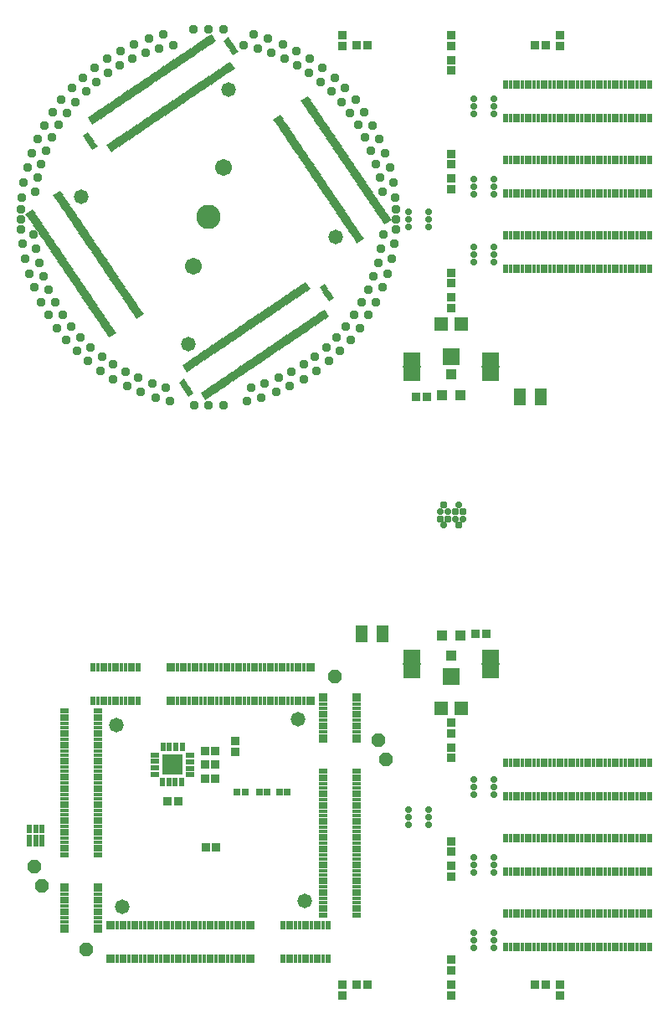
<source format=gts>
G75*
%MOIN*%
%OFA0B0*%
%FSLAX24Y24*%
%IPPOS*%
%LPD*%
%AMOC8*
5,1,8,0,0,1.08239X$1,22.5*
%
%ADD10C,0.0580*%
%ADD11C,0.0280*%
%ADD12R,0.0350X0.0380*%
%ADD13R,0.0380X0.0350*%
%ADD14R,0.0710X0.0671*%
%ADD15R,0.0552X0.0552*%
%ADD16OC8,0.0290*%
%ADD17C,0.0290*%
%ADD18R,0.0460X0.0680*%
%ADD19R,0.0710X0.0540*%
%ADD20R,0.0720X0.0060*%
%ADD21R,0.0395X0.0434*%
%ADD22R,0.0171X0.0340*%
%ADD23R,0.0218X0.0340*%
%ADD24C,0.0375*%
%ADD25C,0.0970*%
%ADD26C,0.0671*%
%ADD27R,0.0250X0.0250*%
%ADD28OC8,0.0560*%
%ADD29R,0.0230X0.0380*%
%ADD30R,0.0230X0.0480*%
%ADD31R,0.0340X0.0171*%
%ADD32R,0.0340X0.0218*%
%ADD33R,0.0250X0.0250*%
%ADD34R,0.0827X0.0827*%
%ADD35R,0.0320X0.0200*%
%ADD36R,0.0200X0.0320*%
D10*
X010372Y012806D03*
X010612Y005566D03*
X017612Y013046D03*
X017852Y005806D03*
X013222Y027978D03*
X008975Y033846D03*
X014843Y038094D03*
X019090Y032226D03*
D11*
X022012Y032646D03*
X022012Y032946D03*
X022012Y033246D03*
X022812Y033246D03*
X022812Y032946D03*
X022812Y032646D03*
X024587Y031846D03*
X024587Y031546D03*
X024587Y031246D03*
X025387Y031246D03*
X025387Y031546D03*
X025387Y031846D03*
X025387Y033946D03*
X025387Y034246D03*
X025387Y034546D03*
X024587Y034546D03*
X024587Y034246D03*
X024587Y033946D03*
X024587Y037146D03*
X024587Y037446D03*
X024587Y037746D03*
X025387Y037746D03*
X025387Y037446D03*
X025387Y037146D03*
X025387Y010646D03*
X025387Y010346D03*
X025387Y010046D03*
X024587Y010046D03*
X024587Y010346D03*
X024587Y010646D03*
X022812Y009446D03*
X022812Y009146D03*
X022812Y008846D03*
X022012Y008846D03*
X022012Y009146D03*
X022012Y009446D03*
X024587Y007546D03*
X024587Y007246D03*
X024587Y006946D03*
X025387Y006946D03*
X025387Y007246D03*
X025387Y007546D03*
X025387Y004546D03*
X025387Y004246D03*
X025387Y003946D03*
X024587Y003946D03*
X024587Y004246D03*
X024587Y004546D03*
D12*
X027033Y002459D03*
X027453Y002459D03*
X020366Y002459D03*
X019946Y002459D03*
X014342Y007926D03*
X013922Y007926D03*
X012822Y009766D03*
X012402Y009766D03*
X013882Y010686D03*
X013882Y011226D03*
X013882Y011766D03*
X014302Y011766D03*
X014302Y011226D03*
X014302Y010686D03*
X024671Y016436D03*
X025091Y016436D03*
X022729Y025884D03*
X022309Y025884D03*
X020366Y039858D03*
X019946Y039858D03*
X027033Y039858D03*
X027453Y039858D03*
D13*
X028030Y039848D03*
X028030Y040268D03*
X023700Y040268D03*
X023700Y039848D03*
X023700Y039283D03*
X023700Y038863D03*
X023700Y035543D03*
X023700Y035123D03*
X023700Y034559D03*
X023700Y034139D03*
X023700Y030819D03*
X023700Y030399D03*
X023700Y029835D03*
X023700Y029415D03*
X019369Y039848D03*
X019369Y040268D03*
X023700Y012905D03*
X023700Y012485D03*
X023700Y011921D03*
X023700Y011501D03*
X023700Y008181D03*
X023700Y007761D03*
X023700Y007197D03*
X023700Y006777D03*
X023700Y003457D03*
X023700Y003037D03*
X023700Y002472D03*
X023700Y002052D03*
X019369Y002052D03*
X019369Y002472D03*
X015112Y011756D03*
X015112Y012176D03*
X028030Y002472D03*
X028030Y002052D03*
D14*
X023700Y014739D03*
X023700Y027479D03*
D15*
X024093Y028758D03*
X023306Y028758D03*
X023306Y013459D03*
X024093Y013459D03*
D16*
X024000Y020760D03*
X023550Y021010D03*
X023250Y021010D03*
X023400Y021560D03*
X023850Y021310D03*
X024150Y021310D03*
D17*
X024000Y021560D03*
X023550Y021310D03*
X023250Y021310D03*
X023400Y020760D03*
X023850Y021010D03*
X024150Y021010D03*
D18*
X026439Y025884D03*
X027259Y025884D03*
X020960Y016436D03*
X020140Y016436D03*
D19*
X022125Y015554D03*
X022125Y014954D03*
X025275Y014954D03*
X025275Y015554D03*
X025275Y026766D03*
X025275Y027366D03*
X022125Y027366D03*
X022125Y026766D03*
D20*
X022125Y027066D03*
X025275Y027066D03*
X025275Y015254D03*
X022125Y015254D03*
D21*
X023326Y016387D03*
X023700Y015560D03*
X024074Y016387D03*
X024074Y025933D03*
X023700Y026760D03*
X023326Y025933D03*
D22*
X026058Y030981D03*
X026215Y030981D03*
X026373Y030981D03*
X026530Y030981D03*
X026688Y030981D03*
X026845Y030981D03*
X027003Y030981D03*
X027160Y030981D03*
X027318Y030981D03*
X027475Y030981D03*
X027633Y030981D03*
X027790Y030981D03*
X027948Y030981D03*
X028105Y030981D03*
X028263Y030981D03*
X028420Y030981D03*
X028578Y030981D03*
X028735Y030981D03*
X028893Y030981D03*
X029050Y030981D03*
X029208Y030981D03*
X029365Y030981D03*
X029523Y030981D03*
X029680Y030981D03*
X029837Y030981D03*
X029995Y030981D03*
X030152Y030981D03*
X030310Y030981D03*
X030467Y030981D03*
X030625Y030981D03*
X030782Y030981D03*
X030940Y030981D03*
X031097Y030981D03*
X031255Y030981D03*
X031412Y030981D03*
X031412Y032308D03*
X031255Y032308D03*
X031097Y032308D03*
X030940Y032308D03*
X030782Y032308D03*
X030625Y032308D03*
X030467Y032308D03*
X030310Y032308D03*
X030152Y032308D03*
X029995Y032308D03*
X029837Y032308D03*
X029680Y032308D03*
X029523Y032308D03*
X029365Y032308D03*
X029208Y032308D03*
X029050Y032308D03*
X028893Y032308D03*
X028735Y032308D03*
X028578Y032308D03*
X028420Y032308D03*
X028263Y032308D03*
X028105Y032308D03*
X027948Y032308D03*
X027790Y032308D03*
X027633Y032308D03*
X027475Y032308D03*
X027318Y032308D03*
X027160Y032308D03*
X027003Y032308D03*
X026845Y032308D03*
X026688Y032308D03*
X026530Y032308D03*
X026373Y032308D03*
X026215Y032308D03*
X026058Y032308D03*
X026058Y033981D03*
X026215Y033981D03*
X026373Y033981D03*
X026530Y033981D03*
X026688Y033981D03*
X026845Y033981D03*
X027003Y033981D03*
X027160Y033981D03*
X027318Y033981D03*
X027475Y033981D03*
X027633Y033981D03*
X027790Y033981D03*
X027948Y033981D03*
X028105Y033981D03*
X028263Y033981D03*
X028420Y033981D03*
X028578Y033981D03*
X028735Y033981D03*
X028893Y033981D03*
X029050Y033981D03*
X029208Y033981D03*
X029365Y033981D03*
X029523Y033981D03*
X029680Y033981D03*
X029837Y033981D03*
X029995Y033981D03*
X030152Y033981D03*
X030310Y033981D03*
X030467Y033981D03*
X030625Y033981D03*
X030782Y033981D03*
X030940Y033981D03*
X031097Y033981D03*
X031255Y033981D03*
X031412Y033981D03*
X031412Y035308D03*
X031255Y035308D03*
X031097Y035308D03*
X030940Y035308D03*
X030782Y035308D03*
X030625Y035308D03*
X030467Y035308D03*
X030310Y035308D03*
X030152Y035308D03*
X029995Y035308D03*
X029837Y035308D03*
X029680Y035308D03*
X029523Y035308D03*
X029365Y035308D03*
X029208Y035308D03*
X029050Y035308D03*
X028893Y035308D03*
X028735Y035308D03*
X028578Y035308D03*
X028420Y035308D03*
X028263Y035308D03*
X028105Y035308D03*
X027948Y035308D03*
X027790Y035308D03*
X027633Y035308D03*
X027475Y035308D03*
X027318Y035308D03*
X027160Y035308D03*
X027003Y035308D03*
X026845Y035308D03*
X026688Y035308D03*
X026530Y035308D03*
X026373Y035308D03*
X026215Y035308D03*
X026058Y035308D03*
X026058Y036981D03*
X026215Y036981D03*
X026373Y036981D03*
X026530Y036981D03*
X026688Y036981D03*
X026845Y036981D03*
X027003Y036981D03*
X027160Y036981D03*
X027318Y036981D03*
X027475Y036981D03*
X027633Y036981D03*
X027790Y036981D03*
X027948Y036981D03*
X028105Y036981D03*
X028263Y036981D03*
X028420Y036981D03*
X028578Y036981D03*
X028735Y036981D03*
X028893Y036981D03*
X029050Y036981D03*
X029208Y036981D03*
X029365Y036981D03*
X029523Y036981D03*
X029680Y036981D03*
X029837Y036981D03*
X029995Y036981D03*
X030152Y036981D03*
X030310Y036981D03*
X030467Y036981D03*
X030625Y036981D03*
X030782Y036981D03*
X030940Y036981D03*
X031097Y036981D03*
X031255Y036981D03*
X031412Y036981D03*
X031412Y038308D03*
X031255Y038308D03*
X031097Y038308D03*
X030940Y038308D03*
X030782Y038308D03*
X030625Y038308D03*
X030467Y038308D03*
X030310Y038308D03*
X030152Y038308D03*
X029995Y038308D03*
X029837Y038308D03*
X029680Y038308D03*
X029523Y038308D03*
X029365Y038308D03*
X029208Y038308D03*
X029050Y038308D03*
X028893Y038308D03*
X028735Y038308D03*
X028578Y038308D03*
X028420Y038308D03*
X028263Y038308D03*
X028105Y038308D03*
X027948Y038308D03*
X027790Y038308D03*
X027633Y038308D03*
X027475Y038308D03*
X027318Y038308D03*
X027160Y038308D03*
X027003Y038308D03*
X026845Y038308D03*
X026688Y038308D03*
X026530Y038308D03*
X026373Y038308D03*
X026215Y038308D03*
X026058Y038308D03*
G36*
X021017Y033362D02*
X021112Y033221D01*
X020831Y033032D01*
X020736Y033173D01*
X021017Y033362D01*
G37*
G36*
X020928Y033493D02*
X021023Y033352D01*
X020742Y033163D01*
X020647Y033304D01*
X020928Y033493D01*
G37*
G36*
X020840Y033623D02*
X020935Y033482D01*
X020654Y033293D01*
X020559Y033434D01*
X020840Y033623D01*
G37*
G36*
X020752Y033754D02*
X020847Y033613D01*
X020566Y033424D01*
X020471Y033565D01*
X020752Y033754D01*
G37*
G36*
X020664Y033885D02*
X020759Y033744D01*
X020478Y033555D01*
X020383Y033696D01*
X020664Y033885D01*
G37*
G36*
X020576Y034015D02*
X020671Y033874D01*
X020390Y033685D01*
X020295Y033826D01*
X020576Y034015D01*
G37*
G36*
X020488Y034146D02*
X020583Y034005D01*
X020302Y033816D01*
X020207Y033957D01*
X020488Y034146D01*
G37*
G36*
X020400Y034276D02*
X020495Y034135D01*
X020214Y033946D01*
X020119Y034087D01*
X020400Y034276D01*
G37*
G36*
X020312Y034407D02*
X020407Y034266D01*
X020126Y034077D01*
X020031Y034218D01*
X020312Y034407D01*
G37*
G36*
X020224Y034537D02*
X020319Y034396D01*
X020038Y034207D01*
X019943Y034348D01*
X020224Y034537D01*
G37*
G36*
X020136Y034668D02*
X020231Y034527D01*
X019950Y034338D01*
X019855Y034479D01*
X020136Y034668D01*
G37*
G36*
X020048Y034798D02*
X020143Y034657D01*
X019862Y034468D01*
X019767Y034609D01*
X020048Y034798D01*
G37*
G36*
X019960Y034929D02*
X020055Y034788D01*
X019774Y034599D01*
X019679Y034740D01*
X019960Y034929D01*
G37*
G36*
X019872Y035060D02*
X019967Y034919D01*
X019686Y034730D01*
X019591Y034871D01*
X019872Y035060D01*
G37*
G36*
X019784Y035190D02*
X019879Y035049D01*
X019598Y034860D01*
X019503Y035001D01*
X019784Y035190D01*
G37*
G36*
X019696Y035321D02*
X019791Y035180D01*
X019510Y034991D01*
X019415Y035132D01*
X019696Y035321D01*
G37*
G36*
X019608Y035451D02*
X019703Y035310D01*
X019422Y035121D01*
X019327Y035262D01*
X019608Y035451D01*
G37*
G36*
X019519Y035582D02*
X019614Y035441D01*
X019333Y035252D01*
X019238Y035393D01*
X019519Y035582D01*
G37*
G36*
X019431Y035712D02*
X019526Y035571D01*
X019245Y035382D01*
X019150Y035523D01*
X019431Y035712D01*
G37*
G36*
X019343Y035843D02*
X019438Y035702D01*
X019157Y035513D01*
X019062Y035654D01*
X019343Y035843D01*
G37*
G36*
X019255Y035973D02*
X019350Y035832D01*
X019069Y035643D01*
X018974Y035784D01*
X019255Y035973D01*
G37*
G36*
X019167Y036104D02*
X019262Y035963D01*
X018981Y035774D01*
X018886Y035915D01*
X019167Y036104D01*
G37*
G36*
X019079Y036235D02*
X019174Y036094D01*
X018893Y035905D01*
X018798Y036046D01*
X019079Y036235D01*
G37*
G36*
X018991Y036365D02*
X019086Y036224D01*
X018805Y036035D01*
X018710Y036176D01*
X018991Y036365D01*
G37*
G36*
X018903Y036496D02*
X018998Y036355D01*
X018717Y036166D01*
X018622Y036307D01*
X018903Y036496D01*
G37*
G36*
X018815Y036626D02*
X018910Y036485D01*
X018629Y036296D01*
X018534Y036437D01*
X018815Y036626D01*
G37*
G36*
X018727Y036757D02*
X018822Y036616D01*
X018541Y036427D01*
X018446Y036568D01*
X018727Y036757D01*
G37*
G36*
X018639Y036887D02*
X018734Y036746D01*
X018453Y036557D01*
X018358Y036698D01*
X018639Y036887D01*
G37*
G36*
X018551Y037018D02*
X018646Y036877D01*
X018365Y036688D01*
X018270Y036829D01*
X018551Y037018D01*
G37*
G36*
X018463Y037148D02*
X018558Y037007D01*
X018277Y036818D01*
X018182Y036959D01*
X018463Y037148D01*
G37*
G36*
X018375Y037279D02*
X018470Y037138D01*
X018189Y036949D01*
X018094Y037090D01*
X018375Y037279D01*
G37*
G36*
X018287Y037410D02*
X018382Y037269D01*
X018101Y037080D01*
X018006Y037221D01*
X018287Y037410D01*
G37*
G36*
X018199Y037540D02*
X018294Y037399D01*
X018013Y037210D01*
X017918Y037351D01*
X018199Y037540D01*
G37*
G36*
X018110Y037671D02*
X018205Y037530D01*
X017924Y037341D01*
X017829Y037482D01*
X018110Y037671D01*
G37*
G36*
X016825Y036599D02*
X016730Y036740D01*
X017011Y036929D01*
X017106Y036788D01*
X016825Y036599D01*
G37*
G36*
X016913Y036468D02*
X016818Y036609D01*
X017099Y036798D01*
X017194Y036657D01*
X016913Y036468D01*
G37*
G36*
X017001Y036338D02*
X016906Y036479D01*
X017187Y036668D01*
X017282Y036527D01*
X017001Y036338D01*
G37*
G36*
X017089Y036207D02*
X016994Y036348D01*
X017275Y036537D01*
X017370Y036396D01*
X017089Y036207D01*
G37*
G36*
X017177Y036077D02*
X017082Y036218D01*
X017363Y036407D01*
X017458Y036266D01*
X017177Y036077D01*
G37*
G36*
X017265Y035946D02*
X017170Y036087D01*
X017451Y036276D01*
X017546Y036135D01*
X017265Y035946D01*
G37*
G36*
X017353Y035815D02*
X017258Y035956D01*
X017539Y036145D01*
X017634Y036004D01*
X017353Y035815D01*
G37*
G36*
X017441Y035685D02*
X017346Y035826D01*
X017627Y036015D01*
X017722Y035874D01*
X017441Y035685D01*
G37*
G36*
X017529Y035554D02*
X017434Y035695D01*
X017715Y035884D01*
X017810Y035743D01*
X017529Y035554D01*
G37*
G36*
X017617Y035424D02*
X017522Y035565D01*
X017803Y035754D01*
X017898Y035613D01*
X017617Y035424D01*
G37*
G36*
X017705Y035293D02*
X017610Y035434D01*
X017891Y035623D01*
X017986Y035482D01*
X017705Y035293D01*
G37*
G36*
X017793Y035163D02*
X017698Y035304D01*
X017979Y035493D01*
X018074Y035352D01*
X017793Y035163D01*
G37*
G36*
X017881Y035032D02*
X017786Y035173D01*
X018067Y035362D01*
X018162Y035221D01*
X017881Y035032D01*
G37*
G36*
X017969Y034901D02*
X017874Y035042D01*
X018155Y035231D01*
X018250Y035090D01*
X017969Y034901D01*
G37*
G36*
X018057Y034771D02*
X017962Y034912D01*
X018243Y035101D01*
X018338Y034960D01*
X018057Y034771D01*
G37*
G36*
X018145Y034640D02*
X018050Y034781D01*
X018331Y034970D01*
X018426Y034829D01*
X018145Y034640D01*
G37*
G36*
X018234Y034510D02*
X018139Y034651D01*
X018420Y034840D01*
X018515Y034699D01*
X018234Y034510D01*
G37*
G36*
X018322Y034379D02*
X018227Y034520D01*
X018508Y034709D01*
X018603Y034568D01*
X018322Y034379D01*
G37*
G36*
X018410Y034249D02*
X018315Y034390D01*
X018596Y034579D01*
X018691Y034438D01*
X018410Y034249D01*
G37*
G36*
X018498Y034118D02*
X018403Y034259D01*
X018684Y034448D01*
X018779Y034307D01*
X018498Y034118D01*
G37*
G36*
X018586Y033988D02*
X018491Y034129D01*
X018772Y034318D01*
X018867Y034177D01*
X018586Y033988D01*
G37*
G36*
X018674Y033857D02*
X018579Y033998D01*
X018860Y034187D01*
X018955Y034046D01*
X018674Y033857D01*
G37*
G36*
X018762Y033726D02*
X018667Y033867D01*
X018948Y034056D01*
X019043Y033915D01*
X018762Y033726D01*
G37*
G36*
X018850Y033596D02*
X018755Y033737D01*
X019036Y033926D01*
X019131Y033785D01*
X018850Y033596D01*
G37*
G36*
X018938Y033465D02*
X018843Y033606D01*
X019124Y033795D01*
X019219Y033654D01*
X018938Y033465D01*
G37*
G36*
X019026Y033335D02*
X018931Y033476D01*
X019212Y033665D01*
X019307Y033524D01*
X019026Y033335D01*
G37*
G36*
X019114Y033204D02*
X019019Y033345D01*
X019300Y033534D01*
X019395Y033393D01*
X019114Y033204D01*
G37*
G36*
X019202Y033074D02*
X019107Y033215D01*
X019388Y033404D01*
X019483Y033263D01*
X019202Y033074D01*
G37*
G36*
X019290Y032943D02*
X019195Y033084D01*
X019476Y033273D01*
X019571Y033132D01*
X019290Y032943D01*
G37*
G36*
X019378Y032813D02*
X019283Y032954D01*
X019564Y033143D01*
X019659Y033002D01*
X019378Y032813D01*
G37*
G36*
X019466Y032682D02*
X019371Y032823D01*
X019652Y033012D01*
X019747Y032871D01*
X019466Y032682D01*
G37*
G36*
X019554Y032551D02*
X019459Y032692D01*
X019740Y032881D01*
X019835Y032740D01*
X019554Y032551D01*
G37*
G36*
X019643Y032421D02*
X019548Y032562D01*
X019829Y032751D01*
X019924Y032610D01*
X019643Y032421D01*
G37*
G36*
X019731Y032290D02*
X019636Y032431D01*
X019917Y032620D01*
X020012Y032479D01*
X019731Y032290D01*
G37*
G36*
X019819Y032160D02*
X019724Y032301D01*
X020005Y032490D01*
X020100Y032349D01*
X019819Y032160D01*
G37*
G36*
X021105Y033232D02*
X021200Y033091D01*
X020919Y032902D01*
X020824Y033043D01*
X021105Y033232D01*
G37*
G36*
X018667Y028958D02*
X018526Y028863D01*
X018337Y029144D01*
X018478Y029239D01*
X018667Y028958D01*
G37*
G36*
X018537Y028870D02*
X018396Y028775D01*
X018207Y029056D01*
X018348Y029151D01*
X018537Y028870D01*
G37*
G36*
X018406Y028782D02*
X018265Y028687D01*
X018076Y028968D01*
X018217Y029063D01*
X018406Y028782D01*
G37*
G36*
X018275Y028693D02*
X018134Y028598D01*
X017945Y028879D01*
X018086Y028974D01*
X018275Y028693D01*
G37*
G36*
X018145Y028605D02*
X018004Y028510D01*
X017815Y028791D01*
X017956Y028886D01*
X018145Y028605D01*
G37*
G36*
X018014Y028517D02*
X017873Y028422D01*
X017684Y028703D01*
X017825Y028798D01*
X018014Y028517D01*
G37*
G36*
X017884Y028429D02*
X017743Y028334D01*
X017554Y028615D01*
X017695Y028710D01*
X017884Y028429D01*
G37*
G36*
X017753Y028341D02*
X017612Y028246D01*
X017423Y028527D01*
X017564Y028622D01*
X017753Y028341D01*
G37*
G36*
X017623Y028253D02*
X017482Y028158D01*
X017293Y028439D01*
X017434Y028534D01*
X017623Y028253D01*
G37*
G36*
X017492Y028165D02*
X017351Y028070D01*
X017162Y028351D01*
X017303Y028446D01*
X017492Y028165D01*
G37*
G36*
X017362Y028077D02*
X017221Y027982D01*
X017032Y028263D01*
X017173Y028358D01*
X017362Y028077D01*
G37*
G36*
X017231Y027989D02*
X017090Y027894D01*
X016901Y028175D01*
X017042Y028270D01*
X017231Y027989D01*
G37*
G36*
X017100Y027901D02*
X016959Y027806D01*
X016770Y028087D01*
X016911Y028182D01*
X017100Y027901D01*
G37*
G36*
X016970Y027813D02*
X016829Y027718D01*
X016640Y027999D01*
X016781Y028094D01*
X016970Y027813D01*
G37*
G36*
X016839Y027725D02*
X016698Y027630D01*
X016509Y027911D01*
X016650Y028006D01*
X016839Y027725D01*
G37*
G36*
X016709Y027637D02*
X016568Y027542D01*
X016379Y027823D01*
X016520Y027918D01*
X016709Y027637D01*
G37*
G36*
X016578Y027549D02*
X016437Y027454D01*
X016248Y027735D01*
X016389Y027830D01*
X016578Y027549D01*
G37*
G36*
X016448Y027461D02*
X016307Y027366D01*
X016118Y027647D01*
X016259Y027742D01*
X016448Y027461D01*
G37*
G36*
X016317Y027373D02*
X016176Y027278D01*
X015987Y027559D01*
X016128Y027654D01*
X016317Y027373D01*
G37*
G36*
X016187Y027284D02*
X016046Y027189D01*
X015857Y027470D01*
X015998Y027565D01*
X016187Y027284D01*
G37*
G36*
X016056Y027196D02*
X015915Y027101D01*
X015726Y027382D01*
X015867Y027477D01*
X016056Y027196D01*
G37*
G36*
X015925Y027108D02*
X015784Y027013D01*
X015595Y027294D01*
X015736Y027389D01*
X015925Y027108D01*
G37*
G36*
X015795Y027020D02*
X015654Y026925D01*
X015465Y027206D01*
X015606Y027301D01*
X015795Y027020D01*
G37*
G36*
X015664Y026932D02*
X015523Y026837D01*
X015334Y027118D01*
X015475Y027213D01*
X015664Y026932D01*
G37*
G36*
X015534Y026844D02*
X015393Y026749D01*
X015204Y027030D01*
X015345Y027125D01*
X015534Y026844D01*
G37*
G36*
X015403Y026756D02*
X015262Y026661D01*
X015073Y026942D01*
X015214Y027037D01*
X015403Y026756D01*
G37*
G36*
X015273Y026668D02*
X015132Y026573D01*
X014943Y026854D01*
X015084Y026949D01*
X015273Y026668D01*
G37*
G36*
X015142Y026580D02*
X015001Y026485D01*
X014812Y026766D01*
X014953Y026861D01*
X015142Y026580D01*
G37*
G36*
X015012Y026492D02*
X014871Y026397D01*
X014682Y026678D01*
X014823Y026773D01*
X015012Y026492D01*
G37*
G36*
X014881Y026404D02*
X014740Y026309D01*
X014551Y026590D01*
X014692Y026685D01*
X014881Y026404D01*
G37*
G36*
X014750Y026316D02*
X014609Y026221D01*
X014420Y026502D01*
X014561Y026597D01*
X014750Y026316D01*
G37*
G36*
X014620Y026228D02*
X014479Y026133D01*
X014290Y026414D01*
X014431Y026509D01*
X014620Y026228D01*
G37*
G36*
X014489Y026140D02*
X014348Y026045D01*
X014159Y026326D01*
X014300Y026421D01*
X014489Y026140D01*
G37*
G36*
X014359Y026052D02*
X014218Y025957D01*
X014029Y026238D01*
X014170Y026333D01*
X014359Y026052D01*
G37*
G36*
X014228Y025964D02*
X014087Y025869D01*
X013898Y026150D01*
X014039Y026245D01*
X014228Y025964D01*
G37*
G36*
X013287Y027338D02*
X013428Y027433D01*
X013617Y027152D01*
X013476Y027057D01*
X013287Y027338D01*
G37*
G36*
X013156Y027249D02*
X013297Y027344D01*
X013486Y027063D01*
X013345Y026968D01*
X013156Y027249D01*
G37*
G36*
X013417Y027426D02*
X013558Y027521D01*
X013747Y027240D01*
X013606Y027145D01*
X013417Y027426D01*
G37*
G36*
X013548Y027514D02*
X013689Y027609D01*
X013878Y027328D01*
X013737Y027233D01*
X013548Y027514D01*
G37*
G36*
X013679Y027602D02*
X013820Y027697D01*
X014009Y027416D01*
X013868Y027321D01*
X013679Y027602D01*
G37*
G36*
X013809Y027690D02*
X013950Y027785D01*
X014139Y027504D01*
X013998Y027409D01*
X013809Y027690D01*
G37*
G36*
X013940Y027778D02*
X014081Y027873D01*
X014270Y027592D01*
X014129Y027497D01*
X013940Y027778D01*
G37*
G36*
X014070Y027866D02*
X014211Y027961D01*
X014400Y027680D01*
X014259Y027585D01*
X014070Y027866D01*
G37*
G36*
X014201Y027954D02*
X014342Y028049D01*
X014531Y027768D01*
X014390Y027673D01*
X014201Y027954D01*
G37*
G36*
X014331Y028042D02*
X014472Y028137D01*
X014661Y027856D01*
X014520Y027761D01*
X014331Y028042D01*
G37*
G36*
X014462Y028130D02*
X014603Y028225D01*
X014792Y027944D01*
X014651Y027849D01*
X014462Y028130D01*
G37*
G36*
X014592Y028218D02*
X014733Y028313D01*
X014922Y028032D01*
X014781Y027937D01*
X014592Y028218D01*
G37*
G36*
X014723Y028306D02*
X014864Y028401D01*
X015053Y028120D01*
X014912Y028025D01*
X014723Y028306D01*
G37*
G36*
X014854Y028394D02*
X014995Y028489D01*
X015184Y028208D01*
X015043Y028113D01*
X014854Y028394D01*
G37*
G36*
X014984Y028482D02*
X015125Y028577D01*
X015314Y028296D01*
X015173Y028201D01*
X014984Y028482D01*
G37*
G36*
X015115Y028570D02*
X015256Y028665D01*
X015445Y028384D01*
X015304Y028289D01*
X015115Y028570D01*
G37*
G36*
X015245Y028658D02*
X015386Y028753D01*
X015575Y028472D01*
X015434Y028377D01*
X015245Y028658D01*
G37*
G36*
X015376Y028747D02*
X015517Y028842D01*
X015706Y028561D01*
X015565Y028466D01*
X015376Y028747D01*
G37*
G36*
X015506Y028835D02*
X015647Y028930D01*
X015836Y028649D01*
X015695Y028554D01*
X015506Y028835D01*
G37*
G36*
X015637Y028923D02*
X015778Y029018D01*
X015967Y028737D01*
X015826Y028642D01*
X015637Y028923D01*
G37*
G36*
X015767Y029011D02*
X015908Y029106D01*
X016097Y028825D01*
X015956Y028730D01*
X015767Y029011D01*
G37*
G36*
X015898Y029099D02*
X016039Y029194D01*
X016228Y028913D01*
X016087Y028818D01*
X015898Y029099D01*
G37*
G36*
X016029Y029187D02*
X016170Y029282D01*
X016359Y029001D01*
X016218Y028906D01*
X016029Y029187D01*
G37*
G36*
X016159Y029275D02*
X016300Y029370D01*
X016489Y029089D01*
X016348Y028994D01*
X016159Y029275D01*
G37*
G36*
X016290Y029363D02*
X016431Y029458D01*
X016620Y029177D01*
X016479Y029082D01*
X016290Y029363D01*
G37*
G36*
X016420Y029451D02*
X016561Y029546D01*
X016750Y029265D01*
X016609Y029170D01*
X016420Y029451D01*
G37*
G36*
X016551Y029539D02*
X016692Y029634D01*
X016881Y029353D01*
X016740Y029258D01*
X016551Y029539D01*
G37*
G36*
X016681Y029627D02*
X016822Y029722D01*
X017011Y029441D01*
X016870Y029346D01*
X016681Y029627D01*
G37*
G36*
X016812Y029715D02*
X016953Y029810D01*
X017142Y029529D01*
X017001Y029434D01*
X016812Y029715D01*
G37*
G36*
X016942Y029803D02*
X017083Y029898D01*
X017272Y029617D01*
X017131Y029522D01*
X016942Y029803D01*
G37*
G36*
X017073Y029891D02*
X017214Y029986D01*
X017403Y029705D01*
X017262Y029610D01*
X017073Y029891D01*
G37*
G36*
X017204Y029979D02*
X017345Y030074D01*
X017534Y029793D01*
X017393Y029698D01*
X017204Y029979D01*
G37*
G36*
X017334Y030067D02*
X017475Y030162D01*
X017664Y029881D01*
X017523Y029786D01*
X017334Y030067D01*
G37*
G36*
X017465Y030156D02*
X017606Y030251D01*
X017795Y029970D01*
X017654Y029875D01*
X017465Y030156D01*
G37*
G36*
X017595Y030244D02*
X017736Y030339D01*
X017925Y030058D01*
X017784Y029963D01*
X017595Y030244D01*
G37*
G36*
X012819Y037413D02*
X012678Y037318D01*
X012489Y037599D01*
X012630Y037694D01*
X012819Y037413D01*
G37*
G36*
X012950Y037501D02*
X012809Y037406D01*
X012620Y037687D01*
X012761Y037782D01*
X012950Y037501D01*
G37*
G36*
X013081Y037589D02*
X012940Y037494D01*
X012751Y037775D01*
X012892Y037870D01*
X013081Y037589D01*
G37*
G36*
X013211Y037677D02*
X013070Y037582D01*
X012881Y037863D01*
X013022Y037958D01*
X013211Y037677D01*
G37*
G36*
X013342Y037765D02*
X013201Y037670D01*
X013012Y037951D01*
X013153Y038046D01*
X013342Y037765D01*
G37*
G36*
X013472Y037853D02*
X013331Y037758D01*
X013142Y038039D01*
X013283Y038134D01*
X013472Y037853D01*
G37*
G36*
X013603Y037942D02*
X013462Y037847D01*
X013273Y038128D01*
X013414Y038223D01*
X013603Y037942D01*
G37*
G36*
X013733Y038030D02*
X013592Y037935D01*
X013403Y038216D01*
X013544Y038311D01*
X013733Y038030D01*
G37*
G36*
X013864Y038118D02*
X013723Y038023D01*
X013534Y038304D01*
X013675Y038399D01*
X013864Y038118D01*
G37*
G36*
X013994Y038206D02*
X013853Y038111D01*
X013664Y038392D01*
X013805Y038487D01*
X013994Y038206D01*
G37*
G36*
X014125Y038294D02*
X013984Y038199D01*
X013795Y038480D01*
X013936Y038575D01*
X014125Y038294D01*
G37*
G36*
X014256Y038382D02*
X014115Y038287D01*
X013926Y038568D01*
X014067Y038663D01*
X014256Y038382D01*
G37*
G36*
X014386Y038470D02*
X014245Y038375D01*
X014056Y038656D01*
X014197Y038751D01*
X014386Y038470D01*
G37*
G36*
X014517Y038558D02*
X014376Y038463D01*
X014187Y038744D01*
X014328Y038839D01*
X014517Y038558D01*
G37*
G36*
X014647Y038646D02*
X014506Y038551D01*
X014317Y038832D01*
X014458Y038927D01*
X014647Y038646D01*
G37*
G36*
X014778Y038734D02*
X014637Y038639D01*
X014448Y038920D01*
X014589Y039015D01*
X014778Y038734D01*
G37*
G36*
X014908Y038822D02*
X014767Y038727D01*
X014578Y039008D01*
X014719Y039103D01*
X014908Y038822D01*
G37*
G36*
X013836Y040108D02*
X013977Y040203D01*
X014166Y039922D01*
X014025Y039827D01*
X013836Y040108D01*
G37*
G36*
X013706Y040020D02*
X013847Y040115D01*
X014036Y039834D01*
X013895Y039739D01*
X013706Y040020D01*
G37*
G36*
X013575Y039932D02*
X013716Y040027D01*
X013905Y039746D01*
X013764Y039651D01*
X013575Y039932D01*
G37*
G36*
X013445Y039844D02*
X013586Y039939D01*
X013775Y039658D01*
X013634Y039563D01*
X013445Y039844D01*
G37*
G36*
X013314Y039756D02*
X013455Y039851D01*
X013644Y039570D01*
X013503Y039475D01*
X013314Y039756D01*
G37*
G36*
X013184Y039668D02*
X013325Y039763D01*
X013514Y039482D01*
X013373Y039387D01*
X013184Y039668D01*
G37*
G36*
X013053Y039580D02*
X013194Y039675D01*
X013383Y039394D01*
X013242Y039299D01*
X013053Y039580D01*
G37*
G36*
X012923Y039492D02*
X013064Y039587D01*
X013253Y039306D01*
X013112Y039211D01*
X012923Y039492D01*
G37*
G36*
X012792Y039404D02*
X012933Y039499D01*
X013122Y039218D01*
X012981Y039123D01*
X012792Y039404D01*
G37*
G36*
X012661Y039316D02*
X012802Y039411D01*
X012991Y039130D01*
X012850Y039035D01*
X012661Y039316D01*
G37*
G36*
X012531Y039228D02*
X012672Y039323D01*
X012861Y039042D01*
X012720Y038947D01*
X012531Y039228D01*
G37*
G36*
X012400Y039139D02*
X012541Y039234D01*
X012730Y038953D01*
X012589Y038858D01*
X012400Y039139D01*
G37*
G36*
X012270Y039051D02*
X012411Y039146D01*
X012600Y038865D01*
X012459Y038770D01*
X012270Y039051D01*
G37*
G36*
X012139Y038963D02*
X012280Y039058D01*
X012469Y038777D01*
X012328Y038682D01*
X012139Y038963D01*
G37*
G36*
X012009Y038875D02*
X012150Y038970D01*
X012339Y038689D01*
X012198Y038594D01*
X012009Y038875D01*
G37*
G36*
X011878Y038787D02*
X012019Y038882D01*
X012208Y038601D01*
X012067Y038506D01*
X011878Y038787D01*
G37*
G36*
X011747Y038699D02*
X011888Y038794D01*
X012077Y038513D01*
X011936Y038418D01*
X011747Y038699D01*
G37*
G36*
X011617Y038611D02*
X011758Y038706D01*
X011947Y038425D01*
X011806Y038330D01*
X011617Y038611D01*
G37*
G36*
X011486Y038523D02*
X011627Y038618D01*
X011816Y038337D01*
X011675Y038242D01*
X011486Y038523D01*
G37*
G36*
X011356Y038435D02*
X011497Y038530D01*
X011686Y038249D01*
X011545Y038154D01*
X011356Y038435D01*
G37*
G36*
X011225Y038347D02*
X011366Y038442D01*
X011555Y038161D01*
X011414Y038066D01*
X011225Y038347D01*
G37*
G36*
X011095Y038259D02*
X011236Y038354D01*
X011425Y038073D01*
X011284Y037978D01*
X011095Y038259D01*
G37*
G36*
X010964Y038171D02*
X011105Y038266D01*
X011294Y037985D01*
X011153Y037890D01*
X010964Y038171D01*
G37*
G36*
X010834Y038083D02*
X010975Y038178D01*
X011164Y037897D01*
X011023Y037802D01*
X010834Y038083D01*
G37*
G36*
X010703Y037995D02*
X010844Y038090D01*
X011033Y037809D01*
X010892Y037714D01*
X010703Y037995D01*
G37*
G36*
X010572Y037907D02*
X010713Y038002D01*
X010902Y037721D01*
X010761Y037626D01*
X010572Y037907D01*
G37*
G36*
X010442Y037819D02*
X010583Y037914D01*
X010772Y037633D01*
X010631Y037538D01*
X010442Y037819D01*
G37*
G36*
X010311Y037730D02*
X010452Y037825D01*
X010641Y037544D01*
X010500Y037449D01*
X010311Y037730D01*
G37*
G36*
X010181Y037642D02*
X010322Y037737D01*
X010511Y037456D01*
X010370Y037361D01*
X010181Y037642D01*
G37*
G36*
X010050Y037554D02*
X010191Y037649D01*
X010380Y037368D01*
X010239Y037273D01*
X010050Y037554D01*
G37*
G36*
X009920Y037466D02*
X010061Y037561D01*
X010250Y037280D01*
X010109Y037185D01*
X009920Y037466D01*
G37*
G36*
X009789Y037378D02*
X009930Y037473D01*
X010119Y037192D01*
X009978Y037097D01*
X009789Y037378D01*
G37*
G36*
X009659Y037290D02*
X009800Y037385D01*
X009989Y037104D01*
X009848Y037009D01*
X009659Y037290D01*
G37*
G36*
X009528Y037202D02*
X009669Y037297D01*
X009858Y037016D01*
X009717Y036921D01*
X009528Y037202D01*
G37*
G36*
X009397Y037114D02*
X009538Y037209D01*
X009727Y036928D01*
X009586Y036833D01*
X009397Y037114D01*
G37*
G36*
X010469Y035828D02*
X010328Y035733D01*
X010139Y036014D01*
X010280Y036109D01*
X010469Y035828D01*
G37*
G36*
X010600Y035916D02*
X010459Y035821D01*
X010270Y036102D01*
X010411Y036197D01*
X010600Y035916D01*
G37*
G36*
X010731Y036004D02*
X010590Y035909D01*
X010401Y036190D01*
X010542Y036285D01*
X010731Y036004D01*
G37*
G36*
X010861Y036092D02*
X010720Y035997D01*
X010531Y036278D01*
X010672Y036373D01*
X010861Y036092D01*
G37*
G36*
X010992Y036180D02*
X010851Y036085D01*
X010662Y036366D01*
X010803Y036461D01*
X010992Y036180D01*
G37*
G36*
X011122Y036268D02*
X010981Y036173D01*
X010792Y036454D01*
X010933Y036549D01*
X011122Y036268D01*
G37*
G36*
X011253Y036356D02*
X011112Y036261D01*
X010923Y036542D01*
X011064Y036637D01*
X011253Y036356D01*
G37*
G36*
X011383Y036445D02*
X011242Y036350D01*
X011053Y036631D01*
X011194Y036726D01*
X011383Y036445D01*
G37*
G36*
X011514Y036533D02*
X011373Y036438D01*
X011184Y036719D01*
X011325Y036814D01*
X011514Y036533D01*
G37*
G36*
X011644Y036621D02*
X011503Y036526D01*
X011314Y036807D01*
X011455Y036902D01*
X011644Y036621D01*
G37*
G36*
X011775Y036709D02*
X011634Y036614D01*
X011445Y036895D01*
X011586Y036990D01*
X011775Y036709D01*
G37*
G36*
X011906Y036797D02*
X011765Y036702D01*
X011576Y036983D01*
X011717Y037078D01*
X011906Y036797D01*
G37*
G36*
X012036Y036885D02*
X011895Y036790D01*
X011706Y037071D01*
X011847Y037166D01*
X012036Y036885D01*
G37*
G36*
X012167Y036973D02*
X012026Y036878D01*
X011837Y037159D01*
X011978Y037254D01*
X012167Y036973D01*
G37*
G36*
X012297Y037061D02*
X012156Y036966D01*
X011967Y037247D01*
X012108Y037342D01*
X012297Y037061D01*
G37*
G36*
X012428Y037149D02*
X012287Y037054D01*
X012098Y037335D01*
X012239Y037430D01*
X012428Y037149D01*
G37*
G36*
X012558Y037237D02*
X012417Y037142D01*
X012228Y037423D01*
X012369Y037518D01*
X012558Y037237D01*
G37*
G36*
X012689Y037325D02*
X012548Y037230D01*
X012359Y037511D01*
X012500Y037606D01*
X012689Y037325D01*
G37*
G36*
X008862Y032998D02*
X008957Y032857D01*
X008676Y032668D01*
X008581Y032809D01*
X008862Y032998D01*
G37*
G36*
X008774Y033129D02*
X008869Y032988D01*
X008588Y032799D01*
X008493Y032940D01*
X008774Y033129D01*
G37*
G36*
X008686Y033259D02*
X008781Y033118D01*
X008500Y032929D01*
X008405Y033070D01*
X008686Y033259D01*
G37*
G36*
X008598Y033390D02*
X008693Y033249D01*
X008412Y033060D01*
X008317Y033201D01*
X008598Y033390D01*
G37*
G36*
X008510Y033520D02*
X008605Y033379D01*
X008324Y033190D01*
X008229Y033331D01*
X008510Y033520D01*
G37*
G36*
X008422Y033651D02*
X008517Y033510D01*
X008236Y033321D01*
X008141Y033462D01*
X008422Y033651D01*
G37*
G36*
X008334Y033781D02*
X008429Y033640D01*
X008148Y033451D01*
X008053Y033592D01*
X008334Y033781D01*
G37*
G36*
X008246Y033912D02*
X008341Y033771D01*
X008060Y033582D01*
X007965Y033723D01*
X008246Y033912D01*
G37*
G36*
X008950Y032867D02*
X009045Y032726D01*
X008764Y032537D01*
X008669Y032678D01*
X008950Y032867D01*
G37*
G36*
X009039Y032737D02*
X009134Y032596D01*
X008853Y032407D01*
X008758Y032548D01*
X009039Y032737D01*
G37*
G36*
X009127Y032606D02*
X009222Y032465D01*
X008941Y032276D01*
X008846Y032417D01*
X009127Y032606D01*
G37*
G36*
X009215Y032476D02*
X009310Y032335D01*
X009029Y032146D01*
X008934Y032287D01*
X009215Y032476D01*
G37*
G36*
X009303Y032345D02*
X009398Y032204D01*
X009117Y032015D01*
X009022Y032156D01*
X009303Y032345D01*
G37*
G36*
X009391Y032215D02*
X009486Y032074D01*
X009205Y031885D01*
X009110Y032026D01*
X009391Y032215D01*
G37*
G36*
X009479Y032084D02*
X009574Y031943D01*
X009293Y031754D01*
X009198Y031895D01*
X009479Y032084D01*
G37*
G36*
X009567Y031953D02*
X009662Y031812D01*
X009381Y031623D01*
X009286Y031764D01*
X009567Y031953D01*
G37*
G36*
X009655Y031823D02*
X009750Y031682D01*
X009469Y031493D01*
X009374Y031634D01*
X009655Y031823D01*
G37*
G36*
X009743Y031692D02*
X009838Y031551D01*
X009557Y031362D01*
X009462Y031503D01*
X009743Y031692D01*
G37*
G36*
X009831Y031562D02*
X009926Y031421D01*
X009645Y031232D01*
X009550Y031373D01*
X009831Y031562D01*
G37*
G36*
X009919Y031431D02*
X010014Y031290D01*
X009733Y031101D01*
X009638Y031242D01*
X009919Y031431D01*
G37*
G36*
X010007Y031301D02*
X010102Y031160D01*
X009821Y030971D01*
X009726Y031112D01*
X010007Y031301D01*
G37*
G36*
X010095Y031170D02*
X010190Y031029D01*
X009909Y030840D01*
X009814Y030981D01*
X010095Y031170D01*
G37*
G36*
X010183Y031040D02*
X010278Y030899D01*
X009997Y030710D01*
X009902Y030851D01*
X010183Y031040D01*
G37*
G36*
X010271Y030909D02*
X010366Y030768D01*
X010085Y030579D01*
X009990Y030720D01*
X010271Y030909D01*
G37*
G36*
X010359Y030778D02*
X010454Y030637D01*
X010173Y030448D01*
X010078Y030589D01*
X010359Y030778D01*
G37*
G36*
X010447Y030648D02*
X010542Y030507D01*
X010261Y030318D01*
X010166Y030459D01*
X010447Y030648D01*
G37*
G36*
X010536Y030517D02*
X010631Y030376D01*
X010350Y030187D01*
X010255Y030328D01*
X010536Y030517D01*
G37*
G36*
X010624Y030387D02*
X010719Y030246D01*
X010438Y030057D01*
X010343Y030198D01*
X010624Y030387D01*
G37*
G36*
X010712Y030256D02*
X010807Y030115D01*
X010526Y029926D01*
X010431Y030067D01*
X010712Y030256D01*
G37*
G36*
X010800Y030126D02*
X010895Y029985D01*
X010614Y029796D01*
X010519Y029937D01*
X010800Y030126D01*
G37*
G36*
X010888Y029995D02*
X010983Y029854D01*
X010702Y029665D01*
X010607Y029806D01*
X010888Y029995D01*
G37*
G36*
X010976Y029865D02*
X011071Y029724D01*
X010790Y029535D01*
X010695Y029676D01*
X010976Y029865D01*
G37*
G36*
X011064Y029734D02*
X011159Y029593D01*
X010878Y029404D01*
X010783Y029545D01*
X011064Y029734D01*
G37*
G36*
X011152Y029603D02*
X011247Y029462D01*
X010966Y029273D01*
X010871Y029414D01*
X011152Y029603D01*
G37*
G36*
X011240Y029473D02*
X011335Y029332D01*
X011054Y029143D01*
X010959Y029284D01*
X011240Y029473D01*
G37*
G36*
X009866Y028532D02*
X009771Y028673D01*
X010052Y028862D01*
X010147Y028721D01*
X009866Y028532D01*
G37*
G36*
X009954Y028401D02*
X009859Y028542D01*
X010140Y028731D01*
X010235Y028590D01*
X009954Y028401D01*
G37*
G36*
X009778Y028662D02*
X009683Y028803D01*
X009964Y028992D01*
X010059Y028851D01*
X009778Y028662D01*
G37*
G36*
X009690Y028793D02*
X009595Y028934D01*
X009876Y029123D01*
X009971Y028982D01*
X009690Y028793D01*
G37*
G36*
X009602Y028923D02*
X009507Y029064D01*
X009788Y029253D01*
X009883Y029112D01*
X009602Y028923D01*
G37*
G36*
X009514Y029054D02*
X009419Y029195D01*
X009700Y029384D01*
X009795Y029243D01*
X009514Y029054D01*
G37*
G36*
X009426Y029184D02*
X009331Y029325D01*
X009612Y029514D01*
X009707Y029373D01*
X009426Y029184D01*
G37*
G36*
X009338Y029315D02*
X009243Y029456D01*
X009524Y029645D01*
X009619Y029504D01*
X009338Y029315D01*
G37*
G36*
X009250Y029445D02*
X009155Y029586D01*
X009436Y029775D01*
X009531Y029634D01*
X009250Y029445D01*
G37*
G36*
X009162Y029576D02*
X009067Y029717D01*
X009348Y029906D01*
X009443Y029765D01*
X009162Y029576D01*
G37*
G36*
X009073Y029707D02*
X008978Y029848D01*
X009259Y030037D01*
X009354Y029896D01*
X009073Y029707D01*
G37*
G36*
X008985Y029837D02*
X008890Y029978D01*
X009171Y030167D01*
X009266Y030026D01*
X008985Y029837D01*
G37*
G36*
X008897Y029968D02*
X008802Y030109D01*
X009083Y030298D01*
X009178Y030157D01*
X008897Y029968D01*
G37*
G36*
X008809Y030098D02*
X008714Y030239D01*
X008995Y030428D01*
X009090Y030287D01*
X008809Y030098D01*
G37*
G36*
X008721Y030229D02*
X008626Y030370D01*
X008907Y030559D01*
X009002Y030418D01*
X008721Y030229D01*
G37*
G36*
X008633Y030359D02*
X008538Y030500D01*
X008819Y030689D01*
X008914Y030548D01*
X008633Y030359D01*
G37*
G36*
X008545Y030490D02*
X008450Y030631D01*
X008731Y030820D01*
X008826Y030679D01*
X008545Y030490D01*
G37*
G36*
X008457Y030620D02*
X008362Y030761D01*
X008643Y030950D01*
X008738Y030809D01*
X008457Y030620D01*
G37*
G36*
X008369Y030751D02*
X008274Y030892D01*
X008555Y031081D01*
X008650Y030940D01*
X008369Y030751D01*
G37*
G36*
X008281Y030882D02*
X008186Y031023D01*
X008467Y031212D01*
X008562Y031071D01*
X008281Y030882D01*
G37*
G36*
X008193Y031012D02*
X008098Y031153D01*
X008379Y031342D01*
X008474Y031201D01*
X008193Y031012D01*
G37*
G36*
X008105Y031143D02*
X008010Y031284D01*
X008291Y031473D01*
X008386Y031332D01*
X008105Y031143D01*
G37*
G36*
X008017Y031273D02*
X007922Y031414D01*
X008203Y031603D01*
X008298Y031462D01*
X008017Y031273D01*
G37*
G36*
X007929Y031404D02*
X007834Y031545D01*
X008115Y031734D01*
X008210Y031593D01*
X007929Y031404D01*
G37*
G36*
X007841Y031534D02*
X007746Y031675D01*
X008027Y031864D01*
X008122Y031723D01*
X007841Y031534D01*
G37*
G36*
X007753Y031665D02*
X007658Y031806D01*
X007939Y031995D01*
X008034Y031854D01*
X007753Y031665D01*
G37*
G36*
X007664Y031795D02*
X007569Y031936D01*
X007850Y032125D01*
X007945Y031984D01*
X007664Y031795D01*
G37*
G36*
X007576Y031926D02*
X007481Y032067D01*
X007762Y032256D01*
X007857Y032115D01*
X007576Y031926D01*
G37*
G36*
X007488Y032057D02*
X007393Y032198D01*
X007674Y032387D01*
X007769Y032246D01*
X007488Y032057D01*
G37*
G36*
X007400Y032187D02*
X007305Y032328D01*
X007586Y032517D01*
X007681Y032376D01*
X007400Y032187D01*
G37*
G36*
X007312Y032318D02*
X007217Y032459D01*
X007498Y032648D01*
X007593Y032507D01*
X007312Y032318D01*
G37*
G36*
X007224Y032448D02*
X007129Y032589D01*
X007410Y032778D01*
X007505Y032637D01*
X007224Y032448D01*
G37*
G36*
X007136Y032579D02*
X007041Y032720D01*
X007322Y032909D01*
X007417Y032768D01*
X007136Y032579D01*
G37*
G36*
X007048Y032709D02*
X006953Y032850D01*
X007234Y033039D01*
X007329Y032898D01*
X007048Y032709D01*
G37*
G36*
X006960Y032840D02*
X006865Y032981D01*
X007146Y033170D01*
X007241Y033029D01*
X006960Y032840D01*
G37*
X009624Y015109D03*
X009781Y015109D03*
X009939Y015109D03*
X010096Y015109D03*
X010254Y015109D03*
X010411Y015109D03*
X010569Y015109D03*
X010726Y015109D03*
X010883Y015109D03*
X011041Y015109D03*
X011041Y013782D03*
X010883Y013782D03*
X010726Y013782D03*
X010569Y013782D03*
X010411Y013782D03*
X010254Y013782D03*
X010096Y013782D03*
X009939Y013782D03*
X009781Y013782D03*
X009624Y013782D03*
X012635Y013782D03*
X012793Y013782D03*
X012950Y013782D03*
X013108Y013782D03*
X013265Y013782D03*
X013423Y013782D03*
X013580Y013782D03*
X013737Y013782D03*
X013895Y013782D03*
X014052Y013782D03*
X014210Y013782D03*
X014367Y013782D03*
X014525Y013782D03*
X014682Y013782D03*
X014840Y013782D03*
X014997Y013782D03*
X015155Y013782D03*
X015312Y013782D03*
X015470Y013782D03*
X015627Y013782D03*
X015785Y013782D03*
X015942Y013782D03*
X016100Y013782D03*
X016257Y013782D03*
X016415Y013782D03*
X016572Y013782D03*
X016730Y013782D03*
X016887Y013782D03*
X017045Y013782D03*
X017202Y013782D03*
X017360Y013782D03*
X017517Y013782D03*
X017675Y013782D03*
X017832Y013782D03*
X017989Y013782D03*
X017989Y015109D03*
X017832Y015109D03*
X017675Y015109D03*
X017517Y015109D03*
X017360Y015109D03*
X017202Y015109D03*
X017045Y015109D03*
X016887Y015109D03*
X016730Y015109D03*
X016572Y015109D03*
X016415Y015109D03*
X016257Y015109D03*
X016100Y015109D03*
X015942Y015109D03*
X015785Y015109D03*
X015627Y015109D03*
X015470Y015109D03*
X015312Y015109D03*
X015155Y015109D03*
X014997Y015109D03*
X014840Y015109D03*
X014682Y015109D03*
X014525Y015109D03*
X014367Y015109D03*
X014210Y015109D03*
X014052Y015109D03*
X013895Y015109D03*
X013737Y015109D03*
X013580Y015109D03*
X013423Y015109D03*
X013265Y015109D03*
X013108Y015109D03*
X012950Y015109D03*
X012793Y015109D03*
X012635Y015109D03*
X012597Y004829D03*
X012440Y004829D03*
X012282Y004829D03*
X012125Y004829D03*
X011967Y004829D03*
X011810Y004829D03*
X011652Y004829D03*
X011495Y004829D03*
X011337Y004829D03*
X011180Y004829D03*
X011023Y004829D03*
X010865Y004829D03*
X010708Y004829D03*
X010550Y004829D03*
X010393Y004829D03*
X010235Y004829D03*
X010235Y003502D03*
X010393Y003502D03*
X010550Y003502D03*
X010708Y003502D03*
X010865Y003502D03*
X011023Y003502D03*
X011180Y003502D03*
X011337Y003502D03*
X011495Y003502D03*
X011652Y003502D03*
X011810Y003502D03*
X011967Y003502D03*
X012125Y003502D03*
X012282Y003502D03*
X012440Y003502D03*
X012597Y003502D03*
X012755Y003502D03*
X012912Y003502D03*
X013070Y003502D03*
X013227Y003502D03*
X013385Y003502D03*
X013542Y003502D03*
X013700Y003502D03*
X013857Y003502D03*
X014015Y003502D03*
X014172Y003502D03*
X014330Y003502D03*
X014487Y003502D03*
X014645Y003502D03*
X014802Y003502D03*
X014960Y003502D03*
X015117Y003502D03*
X015275Y003502D03*
X015432Y003502D03*
X015589Y003502D03*
X015589Y004829D03*
X015432Y004829D03*
X015275Y004829D03*
X015117Y004829D03*
X014960Y004829D03*
X014802Y004829D03*
X014645Y004829D03*
X014487Y004829D03*
X014330Y004829D03*
X014172Y004829D03*
X014015Y004829D03*
X013857Y004829D03*
X013700Y004829D03*
X013542Y004829D03*
X013385Y004829D03*
X013227Y004829D03*
X013070Y004829D03*
X012912Y004829D03*
X012755Y004829D03*
X017184Y004829D03*
X017341Y004829D03*
X017499Y004829D03*
X017656Y004829D03*
X017814Y004829D03*
X017971Y004829D03*
X018129Y004829D03*
X018286Y004829D03*
X018443Y004829D03*
X018601Y004829D03*
X018601Y003502D03*
X018443Y003502D03*
X018286Y003502D03*
X018129Y003502D03*
X017971Y003502D03*
X017814Y003502D03*
X017656Y003502D03*
X017499Y003502D03*
X017341Y003502D03*
X017184Y003502D03*
X026058Y003981D03*
X026215Y003981D03*
X026373Y003981D03*
X026530Y003981D03*
X026688Y003981D03*
X026845Y003981D03*
X027003Y003981D03*
X027160Y003981D03*
X027318Y003981D03*
X027475Y003981D03*
X027633Y003981D03*
X027790Y003981D03*
X027948Y003981D03*
X028105Y003981D03*
X028263Y003981D03*
X028420Y003981D03*
X028578Y003981D03*
X028735Y003981D03*
X028893Y003981D03*
X029050Y003981D03*
X029208Y003981D03*
X029365Y003981D03*
X029523Y003981D03*
X029680Y003981D03*
X029837Y003981D03*
X029995Y003981D03*
X030152Y003981D03*
X030310Y003981D03*
X030467Y003981D03*
X030625Y003981D03*
X030782Y003981D03*
X030940Y003981D03*
X031097Y003981D03*
X031255Y003981D03*
X031412Y003981D03*
X031412Y005308D03*
X031255Y005308D03*
X031097Y005308D03*
X030940Y005308D03*
X030782Y005308D03*
X030625Y005308D03*
X030467Y005308D03*
X030310Y005308D03*
X030152Y005308D03*
X029995Y005308D03*
X029837Y005308D03*
X029680Y005308D03*
X029523Y005308D03*
X029365Y005308D03*
X029208Y005308D03*
X029050Y005308D03*
X028893Y005308D03*
X028735Y005308D03*
X028578Y005308D03*
X028420Y005308D03*
X028263Y005308D03*
X028105Y005308D03*
X027948Y005308D03*
X027790Y005308D03*
X027633Y005308D03*
X027475Y005308D03*
X027318Y005308D03*
X027160Y005308D03*
X027003Y005308D03*
X026845Y005308D03*
X026688Y005308D03*
X026530Y005308D03*
X026373Y005308D03*
X026215Y005308D03*
X026058Y005308D03*
X026058Y006981D03*
X026215Y006981D03*
X026373Y006981D03*
X026530Y006981D03*
X026688Y006981D03*
X026845Y006981D03*
X027003Y006981D03*
X027160Y006981D03*
X027318Y006981D03*
X027475Y006981D03*
X027633Y006981D03*
X027790Y006981D03*
X027948Y006981D03*
X028105Y006981D03*
X028263Y006981D03*
X028420Y006981D03*
X028578Y006981D03*
X028735Y006981D03*
X028893Y006981D03*
X029050Y006981D03*
X029208Y006981D03*
X029365Y006981D03*
X029523Y006981D03*
X029680Y006981D03*
X029837Y006981D03*
X029995Y006981D03*
X030152Y006981D03*
X030310Y006981D03*
X030467Y006981D03*
X030625Y006981D03*
X030782Y006981D03*
X030940Y006981D03*
X031097Y006981D03*
X031255Y006981D03*
X031412Y006981D03*
X031412Y008308D03*
X031255Y008308D03*
X031097Y008308D03*
X030940Y008308D03*
X030782Y008308D03*
X030625Y008308D03*
X030467Y008308D03*
X030310Y008308D03*
X030152Y008308D03*
X029995Y008308D03*
X029837Y008308D03*
X029680Y008308D03*
X029523Y008308D03*
X029365Y008308D03*
X029208Y008308D03*
X029050Y008308D03*
X028893Y008308D03*
X028735Y008308D03*
X028578Y008308D03*
X028420Y008308D03*
X028263Y008308D03*
X028105Y008308D03*
X027948Y008308D03*
X027790Y008308D03*
X027633Y008308D03*
X027475Y008308D03*
X027318Y008308D03*
X027160Y008308D03*
X027003Y008308D03*
X026845Y008308D03*
X026688Y008308D03*
X026530Y008308D03*
X026373Y008308D03*
X026215Y008308D03*
X026058Y008308D03*
X026058Y009981D03*
X026215Y009981D03*
X026373Y009981D03*
X026530Y009981D03*
X026688Y009981D03*
X026845Y009981D03*
X027003Y009981D03*
X027160Y009981D03*
X027318Y009981D03*
X027475Y009981D03*
X027633Y009981D03*
X027790Y009981D03*
X027948Y009981D03*
X028105Y009981D03*
X028263Y009981D03*
X028420Y009981D03*
X028578Y009981D03*
X028735Y009981D03*
X028893Y009981D03*
X029050Y009981D03*
X029208Y009981D03*
X029365Y009981D03*
X029523Y009981D03*
X029680Y009981D03*
X029837Y009981D03*
X029995Y009981D03*
X030152Y009981D03*
X030310Y009981D03*
X030467Y009981D03*
X030625Y009981D03*
X030782Y009981D03*
X030940Y009981D03*
X031097Y009981D03*
X031255Y009981D03*
X031412Y009981D03*
X031412Y011308D03*
X031255Y011308D03*
X031097Y011308D03*
X030940Y011308D03*
X030782Y011308D03*
X030625Y011308D03*
X030467Y011308D03*
X030310Y011308D03*
X030152Y011308D03*
X029995Y011308D03*
X029837Y011308D03*
X029680Y011308D03*
X029523Y011308D03*
X029365Y011308D03*
X029208Y011308D03*
X029050Y011308D03*
X028893Y011308D03*
X028735Y011308D03*
X028578Y011308D03*
X028420Y011308D03*
X028263Y011308D03*
X028105Y011308D03*
X027948Y011308D03*
X027790Y011308D03*
X027633Y011308D03*
X027475Y011308D03*
X027318Y011308D03*
X027160Y011308D03*
X027003Y011308D03*
X026845Y011308D03*
X026688Y011308D03*
X026530Y011308D03*
X026373Y011308D03*
X026215Y011308D03*
X026058Y011308D03*
D23*
X025871Y011308D03*
X025871Y009981D03*
X025871Y008308D03*
X025871Y006981D03*
X025871Y005308D03*
X025871Y003981D03*
X031599Y003981D03*
X031599Y005308D03*
X031599Y006981D03*
X031599Y008308D03*
X031599Y009981D03*
X031599Y011308D03*
X018788Y004829D03*
X018788Y003502D03*
X016997Y003502D03*
X015776Y003502D03*
X015776Y004829D03*
X016997Y004829D03*
X018176Y013782D03*
X018176Y015109D03*
X012448Y015109D03*
X011228Y015109D03*
X011228Y013782D03*
X012448Y013782D03*
X009437Y013782D03*
X009437Y015109D03*
X010048Y004829D03*
X010048Y003502D03*
G36*
X014093Y025873D02*
X013912Y025751D01*
X013723Y026031D01*
X013904Y026153D01*
X014093Y025873D01*
G37*
G36*
X012981Y027131D02*
X013162Y027253D01*
X013351Y026973D01*
X013170Y026851D01*
X012981Y027131D01*
G37*
G36*
X011331Y029338D02*
X011453Y029157D01*
X011173Y028968D01*
X011051Y029149D01*
X011331Y029338D01*
G37*
G36*
X010073Y028226D02*
X009951Y028407D01*
X010231Y028596D01*
X010353Y028415D01*
X010073Y028226D01*
G37*
G36*
X006869Y032975D02*
X006747Y033156D01*
X007027Y033345D01*
X007149Y033164D01*
X006869Y032975D01*
G37*
G36*
X008127Y034087D02*
X008249Y033906D01*
X007969Y033717D01*
X007847Y033898D01*
X008127Y034087D01*
G37*
G36*
X010334Y035738D02*
X010153Y035616D01*
X009964Y035896D01*
X010145Y036018D01*
X010334Y035738D01*
G37*
G36*
X009222Y036995D02*
X009403Y037117D01*
X009592Y036837D01*
X009411Y036715D01*
X009222Y036995D01*
G37*
G36*
X013971Y040199D02*
X014152Y040321D01*
X014341Y040041D01*
X014160Y039919D01*
X013971Y040199D01*
G37*
G36*
X015083Y038941D02*
X014902Y038819D01*
X014713Y039099D01*
X014894Y039221D01*
X015083Y038941D01*
G37*
G36*
X016734Y036734D02*
X016612Y036915D01*
X016892Y037104D01*
X017014Y036923D01*
X016734Y036734D01*
G37*
G36*
X017992Y037846D02*
X018114Y037665D01*
X017834Y037476D01*
X017712Y037657D01*
X017992Y037846D01*
G37*
G36*
X021195Y033097D02*
X021317Y032916D01*
X021037Y032727D01*
X020915Y032908D01*
X021195Y033097D01*
G37*
G36*
X019937Y031985D02*
X019815Y032166D01*
X020095Y032355D01*
X020217Y032174D01*
X019937Y031985D01*
G37*
G36*
X017730Y030334D02*
X017911Y030456D01*
X018100Y030176D01*
X017919Y030054D01*
X017730Y030334D01*
G37*
G36*
X018842Y029076D02*
X018661Y028954D01*
X018472Y029234D01*
X018653Y029356D01*
X018842Y029076D01*
G37*
X025871Y030981D03*
X025871Y032308D03*
X025871Y033981D03*
X025871Y035308D03*
X025871Y036981D03*
X025871Y038308D03*
X031599Y038308D03*
X031599Y036981D03*
X031599Y035308D03*
X031599Y033981D03*
X031599Y032308D03*
X031599Y030981D03*
D24*
X021513Y032544D03*
X021513Y032937D03*
X021513Y033331D03*
X021471Y033809D03*
X020951Y034042D03*
X020848Y034592D03*
X021248Y035001D03*
X020697Y035147D03*
X020507Y035673D03*
X020830Y036153D03*
X020263Y036207D03*
X019989Y036695D03*
X020562Y036683D03*
X020237Y037211D03*
X019887Y037690D03*
X019668Y037173D03*
X019320Y037610D03*
X018917Y038037D03*
X018502Y038412D03*
X019048Y038584D03*
X019472Y038168D03*
X018561Y038988D03*
X018034Y038768D03*
X017563Y039070D03*
X017539Y039641D03*
X018075Y039329D03*
X017055Y039339D03*
X016542Y039561D03*
X017005Y039899D03*
X016413Y040125D03*
X015985Y039749D03*
X015442Y039883D03*
X015844Y040293D03*
X014623Y040516D03*
X014032Y040516D03*
X013442Y040516D03*
X012622Y039883D03*
X012221Y040293D03*
X012079Y039749D03*
X011651Y040125D03*
X011523Y039561D03*
X011009Y039339D03*
X011060Y039899D03*
X010525Y039641D03*
X010501Y039070D03*
X010030Y038768D03*
X009990Y039329D03*
X009504Y038988D03*
X009563Y038412D03*
X009148Y038037D03*
X009016Y038584D03*
X008593Y038168D03*
X008177Y037690D03*
X007828Y037211D03*
X008396Y037173D03*
X008745Y037610D03*
X008075Y036695D03*
X007802Y036207D03*
X007502Y036683D03*
X007234Y036153D03*
X007558Y035673D03*
X007368Y035147D03*
X006994Y035567D03*
X006817Y035001D03*
X007217Y034592D03*
X007114Y034042D03*
X006678Y034397D03*
X006594Y033809D03*
X006552Y033331D03*
X006552Y032937D03*
X006552Y032544D03*
X007077Y032325D03*
X007157Y031771D03*
X006629Y031967D03*
X006738Y031384D03*
X007284Y031210D03*
X007451Y030677D03*
X007101Y030227D03*
X006899Y030785D03*
X007672Y030133D03*
X007925Y029633D03*
X007363Y029650D03*
X007653Y029132D03*
X008005Y028606D03*
X008232Y029133D03*
X008563Y028682D03*
X008376Y028143D03*
X008939Y028247D03*
X009338Y027855D03*
X008801Y027690D03*
X009242Y027293D03*
X009744Y026908D03*
X009790Y027479D03*
X010247Y027158D03*
X010244Y026588D03*
X010743Y026867D03*
X011247Y026623D03*
X011336Y026060D03*
X011795Y026412D03*
X012332Y026255D03*
X011935Y025856D03*
X012511Y025714D03*
X013461Y025556D03*
X014032Y025556D03*
X014623Y025556D03*
X015553Y025714D03*
X015733Y026255D03*
X016270Y026412D03*
X016729Y026060D03*
X016818Y026623D03*
X017321Y026867D03*
X017821Y026588D03*
X017817Y027158D03*
X018275Y027479D03*
X018321Y026908D03*
X018823Y027293D03*
X018726Y027855D03*
X019126Y028247D03*
X019502Y028682D03*
X019833Y029133D03*
X020059Y028606D03*
X019688Y028143D03*
X019264Y027690D03*
X020411Y029132D03*
X020140Y029633D03*
X020392Y030133D03*
X020613Y030677D03*
X020781Y031210D03*
X021165Y030785D03*
X020963Y030227D03*
X020702Y029650D03*
X021326Y031384D03*
X021435Y031967D03*
X020987Y032325D03*
X020908Y031771D03*
X021387Y034397D03*
X021070Y035567D03*
X017274Y026295D03*
X016130Y025856D03*
X010791Y026295D03*
D25*
X014032Y033036D03*
D26*
X014623Y035004D03*
X013442Y031067D03*
D27*
G36*
X012988Y026246D02*
X012848Y026452D01*
X013054Y026592D01*
X013194Y026386D01*
X012988Y026246D01*
G37*
G36*
X013111Y026064D02*
X012971Y026270D01*
X013177Y026410D01*
X013317Y026204D01*
X013111Y026064D01*
G37*
G36*
X013234Y025881D02*
X013094Y026087D01*
X013300Y026227D01*
X013440Y026021D01*
X013234Y025881D01*
G37*
G36*
X018778Y030188D02*
X018918Y029982D01*
X018712Y029842D01*
X018572Y030048D01*
X018778Y030188D01*
G37*
G36*
X018655Y030370D02*
X018795Y030164D01*
X018589Y030024D01*
X018449Y030230D01*
X018655Y030370D01*
G37*
G36*
X018901Y030005D02*
X019041Y029799D01*
X018835Y029659D01*
X018695Y029865D01*
X018901Y030005D01*
G37*
G36*
X015076Y039825D02*
X015216Y039619D01*
X015010Y039479D01*
X014870Y039685D01*
X015076Y039825D01*
G37*
G36*
X014953Y040008D02*
X015093Y039802D01*
X014887Y039662D01*
X014747Y039868D01*
X014953Y040008D01*
G37*
G36*
X014830Y040190D02*
X014970Y039984D01*
X014764Y039844D01*
X014624Y040050D01*
X014830Y040190D01*
G37*
G36*
X009409Y035701D02*
X009269Y035907D01*
X009475Y036047D01*
X009615Y035841D01*
X009409Y035701D01*
G37*
G36*
X009286Y035884D02*
X009146Y036090D01*
X009352Y036230D01*
X009492Y036024D01*
X009286Y035884D01*
G37*
G36*
X009163Y036066D02*
X009023Y036272D01*
X009229Y036412D01*
X009369Y036206D01*
X009163Y036066D01*
G37*
D28*
X019052Y014726D03*
X020812Y012206D03*
X021112Y011446D03*
X009172Y003886D03*
X007412Y006406D03*
X007112Y007166D03*
D29*
X007152Y008666D03*
X006902Y008666D03*
X007402Y008666D03*
D30*
X006902Y008216D03*
X007152Y008216D03*
X007402Y008216D03*
D31*
X008309Y008144D03*
X008309Y008301D03*
X008309Y008459D03*
X008309Y008616D03*
X008309Y008774D03*
X008309Y008931D03*
X008309Y009088D03*
X008309Y009246D03*
X008309Y009403D03*
X008309Y009561D03*
X008309Y009718D03*
X008309Y009876D03*
X008309Y010033D03*
X008309Y010191D03*
X008309Y010348D03*
X008309Y010506D03*
X008309Y010663D03*
X008309Y010821D03*
X008309Y010978D03*
X008309Y011136D03*
X008309Y011293D03*
X008309Y011451D03*
X008309Y011608D03*
X008309Y011766D03*
X008309Y011923D03*
X008309Y012081D03*
X008309Y012238D03*
X008309Y012396D03*
X008309Y012553D03*
X008309Y012711D03*
X008309Y012868D03*
X008309Y013026D03*
X008309Y013183D03*
X009636Y013183D03*
X009636Y013026D03*
X009636Y012868D03*
X009636Y012711D03*
X009636Y012553D03*
X009636Y012396D03*
X009636Y012238D03*
X009636Y012081D03*
X009636Y011923D03*
X009636Y011766D03*
X009636Y011608D03*
X009636Y011451D03*
X009636Y011293D03*
X009636Y011136D03*
X009636Y010978D03*
X009636Y010821D03*
X009636Y010663D03*
X009636Y010506D03*
X009636Y010348D03*
X009636Y010191D03*
X009636Y010033D03*
X009636Y009876D03*
X009636Y009718D03*
X009636Y009561D03*
X009636Y009403D03*
X009636Y009246D03*
X009636Y009088D03*
X009636Y008931D03*
X009636Y008774D03*
X009636Y008616D03*
X009636Y008459D03*
X009636Y008301D03*
X009636Y008144D03*
X009636Y007986D03*
X009636Y007829D03*
X009636Y006234D03*
X009636Y006077D03*
X009636Y005920D03*
X009636Y005762D03*
X009636Y005605D03*
X009636Y005447D03*
X009636Y005290D03*
X009636Y005132D03*
X009636Y004975D03*
X009636Y004817D03*
X008309Y004817D03*
X008309Y004975D03*
X008309Y005132D03*
X008309Y005290D03*
X008309Y005447D03*
X008309Y005605D03*
X008309Y005762D03*
X008309Y005920D03*
X008309Y006077D03*
X008309Y006234D03*
X008309Y007829D03*
X008309Y007986D03*
X018589Y007948D03*
X018589Y007791D03*
X018589Y007633D03*
X018589Y007476D03*
X018589Y007318D03*
X018589Y007161D03*
X018589Y007003D03*
X018589Y006846D03*
X018589Y006688D03*
X018589Y006531D03*
X018589Y006374D03*
X018589Y006216D03*
X018589Y006059D03*
X018589Y005901D03*
X018589Y005744D03*
X018589Y005586D03*
X018589Y005429D03*
X019916Y005429D03*
X019916Y005586D03*
X019916Y005744D03*
X019916Y005901D03*
X019916Y006059D03*
X019916Y006216D03*
X019916Y006374D03*
X019916Y006531D03*
X019916Y006688D03*
X019916Y006846D03*
X019916Y007003D03*
X019916Y007161D03*
X019916Y007318D03*
X019916Y007476D03*
X019916Y007633D03*
X019916Y007791D03*
X019916Y007948D03*
X019916Y008106D03*
X019916Y008263D03*
X019916Y008421D03*
X019916Y008578D03*
X019916Y008736D03*
X019916Y008893D03*
X019916Y009051D03*
X019916Y009208D03*
X019916Y009366D03*
X019916Y009523D03*
X019916Y009681D03*
X019916Y009838D03*
X019916Y009996D03*
X019916Y010153D03*
X019916Y010311D03*
X019916Y010468D03*
X019916Y010626D03*
X019916Y010783D03*
X018589Y010783D03*
X018589Y010626D03*
X018589Y010468D03*
X018589Y010311D03*
X018589Y010153D03*
X018589Y009996D03*
X018589Y009838D03*
X018589Y009681D03*
X018589Y009523D03*
X018589Y009366D03*
X018589Y009208D03*
X018589Y009051D03*
X018589Y008893D03*
X018589Y008736D03*
X018589Y008578D03*
X018589Y008421D03*
X018589Y008263D03*
X018589Y008106D03*
X018589Y012377D03*
X018589Y012535D03*
X018589Y012692D03*
X018589Y012850D03*
X018589Y013007D03*
X018589Y013165D03*
X018589Y013322D03*
X018589Y013480D03*
X018589Y013637D03*
X018589Y013794D03*
X019916Y013794D03*
X019916Y013637D03*
X019916Y013480D03*
X019916Y013322D03*
X019916Y013165D03*
X019916Y013007D03*
X019916Y012850D03*
X019916Y012692D03*
X019916Y012535D03*
X019916Y012377D03*
D32*
X019916Y012190D03*
X019916Y010970D03*
X018589Y010970D03*
X018589Y012190D03*
X018589Y013981D03*
X019916Y013981D03*
X019916Y005242D03*
X018589Y005242D03*
X009636Y004630D03*
X008309Y004630D03*
X008309Y006421D03*
X008309Y007642D03*
X009636Y007642D03*
X009636Y006421D03*
X009636Y013370D03*
X008309Y013370D03*
D33*
X015177Y010146D03*
X015487Y010146D03*
X016057Y010146D03*
X016367Y010146D03*
X016857Y010146D03*
X017167Y010146D03*
D34*
X012592Y011226D03*
D35*
X011893Y011108D03*
X011893Y011364D03*
X011893Y011620D03*
X011893Y010852D03*
X013291Y010832D03*
X013291Y011088D03*
X013291Y011344D03*
X013291Y011600D03*
D36*
X012986Y011925D03*
X012730Y011925D03*
X012474Y011925D03*
X012218Y011925D03*
X012199Y010527D03*
X012455Y010527D03*
X012710Y010527D03*
X012966Y010527D03*
M02*

</source>
